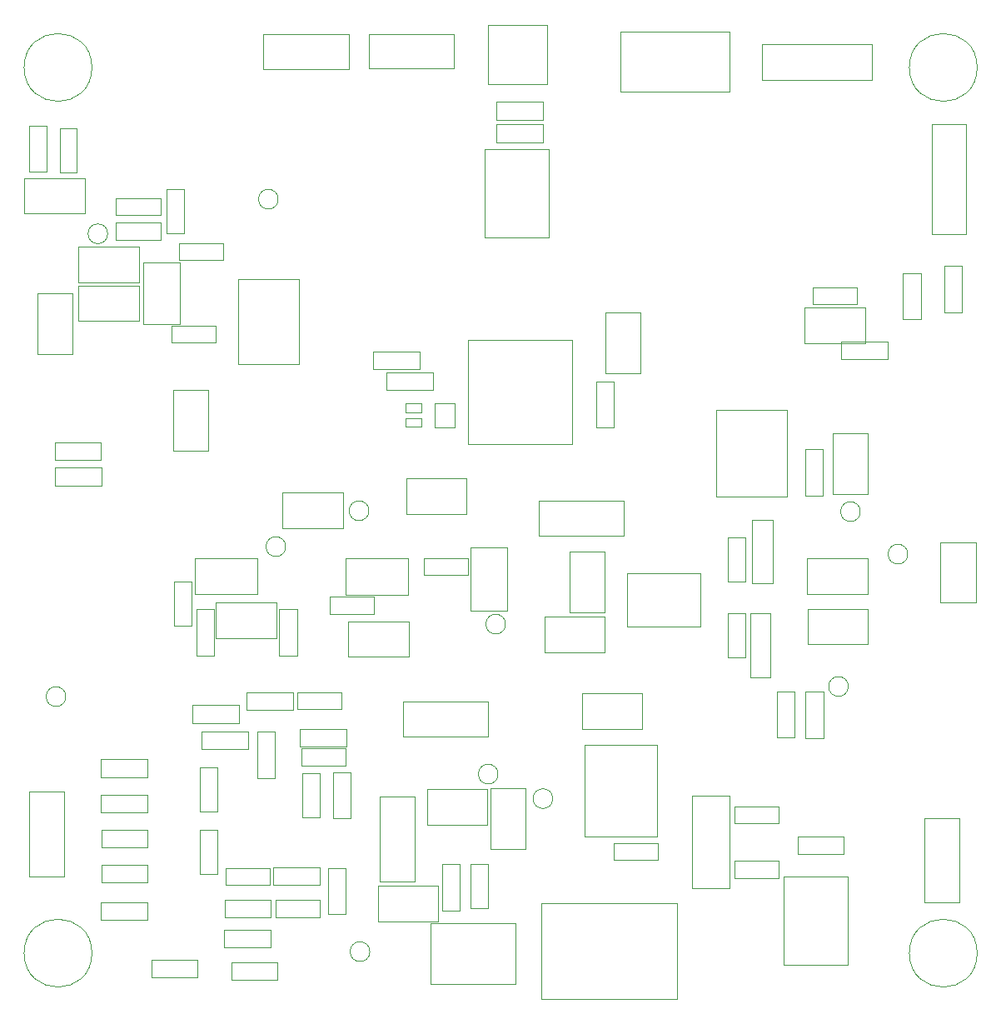
<source format=gbr>
G04 #@! TF.FileFunction,Other,User*
%FSLAX46Y46*%
G04 Gerber Fmt 4.6, Leading zero omitted, Abs format (unit mm)*
G04 Created by KiCad (PCBNEW 4.0.2-stable) date 10/05/17 14:17:11*
%MOMM*%
G01*
G04 APERTURE LIST*
%ADD10C,0.100000*%
%ADD11C,0.050000*%
G04 APERTURE END LIST*
D10*
D11*
X95380000Y-120450000D02*
X95380000Y-124950000D01*
X95380000Y-120450000D02*
X93630000Y-120450000D01*
X93630000Y-124950000D02*
X95380000Y-124950000D01*
X93630000Y-124950000D02*
X93630000Y-120450000D01*
X108050000Y-108230000D02*
X103550000Y-108230000D01*
X108050000Y-108230000D02*
X108050000Y-106480000D01*
X103550000Y-106480000D02*
X103550000Y-108230000D01*
X103550000Y-106480000D02*
X108050000Y-106480000D01*
X95380000Y-114100000D02*
X95380000Y-118600000D01*
X95380000Y-114100000D02*
X93630000Y-114100000D01*
X93630000Y-118600000D02*
X95380000Y-118600000D01*
X93630000Y-118600000D02*
X93630000Y-114100000D01*
X100750000Y-126080000D02*
X96250000Y-126080000D01*
X100750000Y-126080000D02*
X100750000Y-124330000D01*
X96250000Y-124330000D02*
X96250000Y-126080000D01*
X96250000Y-124330000D02*
X100750000Y-124330000D01*
X105800000Y-129330000D02*
X101300000Y-129330000D01*
X105800000Y-129330000D02*
X105800000Y-127580000D01*
X101300000Y-127580000D02*
X101300000Y-129330000D01*
X101300000Y-127580000D02*
X105800000Y-127580000D01*
X103950000Y-112170000D02*
X108450000Y-112170000D01*
X103950000Y-112170000D02*
X103950000Y-113920000D01*
X108450000Y-113920000D02*
X108450000Y-112170000D01*
X108450000Y-113920000D02*
X103950000Y-113920000D01*
X104070000Y-119200000D02*
X104070000Y-114700000D01*
X104070000Y-119200000D02*
X105820000Y-119200000D01*
X105820000Y-114700000D02*
X104070000Y-114700000D01*
X105820000Y-114700000D02*
X105820000Y-119200000D01*
X111350000Y-98530000D02*
X106850000Y-98530000D01*
X111350000Y-98530000D02*
X111350000Y-96780000D01*
X106850000Y-96780000D02*
X106850000Y-98530000D01*
X106850000Y-96780000D02*
X111350000Y-96780000D01*
X122880000Y-123950000D02*
X122880000Y-128450000D01*
X122880000Y-123950000D02*
X121130000Y-123950000D01*
X121130000Y-128450000D02*
X122880000Y-128450000D01*
X121130000Y-128450000D02*
X121130000Y-123950000D01*
X133900000Y-79600000D02*
X133900000Y-74900000D01*
X133900000Y-79600000D02*
X135700000Y-79600000D01*
X135700000Y-74900000D02*
X133900000Y-74900000D01*
X135700000Y-74900000D02*
X135700000Y-79600000D01*
X155900000Y-65320000D02*
X160400000Y-65320000D01*
X155900000Y-65320000D02*
X155900000Y-67070000D01*
X160400000Y-67070000D02*
X160400000Y-65320000D01*
X160400000Y-67070000D02*
X155900000Y-67070000D01*
X117300000Y-75800000D02*
X112600000Y-75800000D01*
X117300000Y-75800000D02*
X117300000Y-74000000D01*
X112600000Y-74000000D02*
X112600000Y-75800000D01*
X112600000Y-74000000D02*
X117300000Y-74000000D01*
X115950000Y-73650000D02*
X111250000Y-73650000D01*
X115950000Y-73650000D02*
X115950000Y-71850000D01*
X111250000Y-71850000D02*
X111250000Y-73650000D01*
X111250000Y-71850000D02*
X115950000Y-71850000D01*
X147950000Y-123620000D02*
X152450000Y-123620000D01*
X147950000Y-123620000D02*
X147950000Y-125370000D01*
X152450000Y-125370000D02*
X152450000Y-123620000D01*
X152450000Y-125370000D02*
X147950000Y-125370000D01*
X147950000Y-118070000D02*
X152450000Y-118070000D01*
X147950000Y-118070000D02*
X147950000Y-119820000D01*
X152450000Y-119820000D02*
X152450000Y-118070000D01*
X152450000Y-119820000D02*
X147950000Y-119820000D01*
X79370000Y-53700000D02*
X79370000Y-49200000D01*
X79370000Y-53700000D02*
X81120000Y-53700000D01*
X81120000Y-49200000D02*
X79370000Y-49200000D01*
X81120000Y-49200000D02*
X81120000Y-53700000D01*
X149550000Y-104950000D02*
X149550000Y-98450000D01*
X149550000Y-104950000D02*
X151650000Y-104950000D01*
X151650000Y-98450000D02*
X149550000Y-98450000D01*
X151650000Y-98450000D02*
X151650000Y-104950000D01*
X123800000Y-46500000D02*
X128500000Y-46500000D01*
X123800000Y-46500000D02*
X123800000Y-48300000D01*
X128500000Y-48300000D02*
X128500000Y-46500000D01*
X128500000Y-48300000D02*
X123800000Y-48300000D01*
X149080000Y-98450000D02*
X149080000Y-102950000D01*
X149080000Y-98450000D02*
X147330000Y-98450000D01*
X147330000Y-102950000D02*
X149080000Y-102950000D01*
X147330000Y-102950000D02*
X147330000Y-98450000D01*
X89600000Y-58030000D02*
X85100000Y-58030000D01*
X89600000Y-58030000D02*
X89600000Y-56280000D01*
X85100000Y-56280000D02*
X85100000Y-58030000D01*
X85100000Y-56280000D02*
X89600000Y-56280000D01*
X89600000Y-60530000D02*
X85100000Y-60530000D01*
X89600000Y-60530000D02*
X89600000Y-58780000D01*
X85100000Y-58780000D02*
X85100000Y-60530000D01*
X85100000Y-58780000D02*
X89600000Y-58780000D01*
X140172000Y-123562000D02*
X135672000Y-123562000D01*
X140172000Y-123562000D02*
X140172000Y-121812000D01*
X135672000Y-121812000D02*
X135672000Y-123562000D01*
X135672000Y-121812000D02*
X140172000Y-121812000D01*
X149080000Y-90750000D02*
X149080000Y-95250000D01*
X149080000Y-90750000D02*
X147330000Y-90750000D01*
X147330000Y-95250000D02*
X149080000Y-95250000D01*
X147330000Y-95250000D02*
X147330000Y-90750000D01*
X151850000Y-88950000D02*
X151850000Y-95450000D01*
X151850000Y-88950000D02*
X149750000Y-88950000D01*
X149750000Y-95450000D02*
X151850000Y-95450000D01*
X149750000Y-95450000D02*
X149750000Y-88950000D01*
X90220000Y-59850000D02*
X90220000Y-55350000D01*
X90220000Y-59850000D02*
X91970000Y-59850000D01*
X91970000Y-55350000D02*
X90220000Y-55350000D01*
X91970000Y-55350000D02*
X91970000Y-59850000D01*
X95976000Y-62602000D02*
X91476000Y-62602000D01*
X95976000Y-62602000D02*
X95976000Y-60852000D01*
X91476000Y-60852000D02*
X91476000Y-62602000D01*
X91476000Y-60852000D02*
X95976000Y-60852000D01*
X90714000Y-69224000D02*
X95214000Y-69224000D01*
X90714000Y-69224000D02*
X90714000Y-70974000D01*
X95214000Y-70974000D02*
X95214000Y-69224000D01*
X95214000Y-70974000D02*
X90714000Y-70974000D01*
X156970000Y-81810000D02*
X156970000Y-86510000D01*
X156970000Y-81810000D02*
X155170000Y-81810000D01*
X155170000Y-86510000D02*
X156970000Y-86510000D01*
X155170000Y-86510000D02*
X155170000Y-81810000D01*
X91020000Y-99750000D02*
X91020000Y-95250000D01*
X91020000Y-99750000D02*
X92770000Y-99750000D01*
X92770000Y-95250000D02*
X91020000Y-95250000D01*
X92770000Y-95250000D02*
X92770000Y-99750000D01*
X158830000Y-70850000D02*
X163530000Y-70850000D01*
X158830000Y-70850000D02*
X158830000Y-72650000D01*
X163530000Y-72650000D02*
X163530000Y-70850000D01*
X163530000Y-72650000D02*
X158830000Y-72650000D01*
X83574000Y-82868000D02*
X78874000Y-82868000D01*
X83574000Y-82868000D02*
X83574000Y-81068000D01*
X78874000Y-81068000D02*
X78874000Y-82868000D01*
X78874000Y-81068000D02*
X83574000Y-81068000D01*
X157000000Y-106450000D02*
X157000000Y-111150000D01*
X157000000Y-106450000D02*
X155200000Y-106450000D01*
X155200000Y-111150000D02*
X157000000Y-111150000D01*
X155200000Y-111150000D02*
X155200000Y-106450000D01*
X171080000Y-63182000D02*
X171080000Y-67882000D01*
X171080000Y-63182000D02*
X169280000Y-63182000D01*
X169280000Y-67882000D02*
X171080000Y-67882000D01*
X169280000Y-67882000D02*
X169280000Y-63182000D01*
X128950000Y-44700000D02*
X128950000Y-38650000D01*
X122900000Y-44700000D02*
X122900000Y-38650000D01*
X128950000Y-44700000D02*
X122900000Y-44700000D01*
X128950000Y-38650000D02*
X122900000Y-38650000D01*
X111700000Y-129750000D02*
X117850000Y-129750000D01*
X117850000Y-129750000D02*
X117850000Y-126150000D01*
X117850000Y-126150000D02*
X111700000Y-126150000D01*
X111700000Y-126150000D02*
X111700000Y-129750000D01*
X168050000Y-59900000D02*
X171550000Y-59900000D01*
X168050000Y-48750000D02*
X171550000Y-48750000D01*
X168050000Y-59900000D02*
X168050000Y-48750000D01*
X171550000Y-59900000D02*
X171550000Y-48750000D01*
X111900000Y-117100000D02*
X111900000Y-125750000D01*
X111900000Y-125750000D02*
X115500000Y-125750000D01*
X115500000Y-125750000D02*
X115500000Y-117100000D01*
X115500000Y-117100000D02*
X111900000Y-117100000D01*
X88300000Y-125800000D02*
X83600000Y-125800000D01*
X88300000Y-125800000D02*
X88300000Y-124000000D01*
X83600000Y-124000000D02*
X83600000Y-125800000D01*
X83600000Y-124000000D02*
X88300000Y-124000000D01*
X101500000Y-135750000D02*
X96800000Y-135750000D01*
X101500000Y-135750000D02*
X101500000Y-133950000D01*
X96800000Y-133950000D02*
X96800000Y-135750000D01*
X96800000Y-133950000D02*
X101500000Y-133950000D01*
X83550000Y-127850000D02*
X88250000Y-127850000D01*
X83550000Y-127850000D02*
X83550000Y-129650000D01*
X88250000Y-129650000D02*
X88250000Y-127850000D01*
X88250000Y-129650000D02*
X83550000Y-129650000D01*
X88250000Y-115100000D02*
X83550000Y-115100000D01*
X88250000Y-115100000D02*
X88250000Y-113300000D01*
X83550000Y-113300000D02*
X83550000Y-115100000D01*
X83550000Y-113300000D02*
X88250000Y-113300000D01*
X83550000Y-116900000D02*
X88250000Y-116900000D01*
X83550000Y-116900000D02*
X83550000Y-118700000D01*
X88250000Y-118700000D02*
X88250000Y-116900000D01*
X88250000Y-118700000D02*
X83550000Y-118700000D01*
X83600000Y-120450000D02*
X88300000Y-120450000D01*
X83600000Y-120450000D02*
X83600000Y-122250000D01*
X88300000Y-122250000D02*
X88300000Y-120450000D01*
X88300000Y-122250000D02*
X83600000Y-122250000D01*
X98400000Y-106500000D02*
X103100000Y-106500000D01*
X98400000Y-106500000D02*
X98400000Y-108300000D01*
X103100000Y-108300000D02*
X103100000Y-106500000D01*
X103100000Y-108300000D02*
X98400000Y-108300000D01*
X98500000Y-112250000D02*
X93800000Y-112250000D01*
X98500000Y-112250000D02*
X98500000Y-110450000D01*
X93800000Y-110450000D02*
X93800000Y-112250000D01*
X93800000Y-110450000D02*
X98500000Y-110450000D01*
X96100000Y-130600000D02*
X100800000Y-130600000D01*
X96100000Y-130600000D02*
X96100000Y-132400000D01*
X100800000Y-132400000D02*
X100800000Y-130600000D01*
X100800000Y-132400000D02*
X96100000Y-132400000D01*
X92900000Y-107800000D02*
X97600000Y-107800000D01*
X92900000Y-107800000D02*
X92900000Y-109600000D01*
X97600000Y-109600000D02*
X97600000Y-107800000D01*
X97600000Y-109600000D02*
X92900000Y-109600000D01*
X96150000Y-127550000D02*
X100850000Y-127550000D01*
X96150000Y-127550000D02*
X96150000Y-129350000D01*
X100850000Y-129350000D02*
X100850000Y-127550000D01*
X100850000Y-129350000D02*
X96150000Y-129350000D01*
X99450000Y-115200000D02*
X99450000Y-110500000D01*
X99450000Y-115200000D02*
X101250000Y-115200000D01*
X101250000Y-110500000D02*
X99450000Y-110500000D01*
X101250000Y-110500000D02*
X101250000Y-115200000D01*
X101100000Y-124300000D02*
X105800000Y-124300000D01*
X101100000Y-124300000D02*
X101100000Y-126100000D01*
X105800000Y-126100000D02*
X105800000Y-124300000D01*
X105800000Y-126100000D02*
X101100000Y-126100000D01*
X103800000Y-110200000D02*
X108500000Y-110200000D01*
X103800000Y-110200000D02*
X103800000Y-112000000D01*
X108500000Y-112000000D02*
X108500000Y-110200000D01*
X108500000Y-112000000D02*
X103800000Y-112000000D01*
X108450000Y-124350000D02*
X108450000Y-129050000D01*
X108450000Y-124350000D02*
X106650000Y-124350000D01*
X106650000Y-129050000D02*
X108450000Y-129050000D01*
X106650000Y-129050000D02*
X106650000Y-124350000D01*
X107150000Y-119300000D02*
X107150000Y-114600000D01*
X107150000Y-119300000D02*
X108950000Y-119300000D01*
X108950000Y-114600000D02*
X107150000Y-114600000D01*
X108950000Y-114600000D02*
X108950000Y-119300000D01*
X120050000Y-123950000D02*
X120050000Y-128650000D01*
X120050000Y-123950000D02*
X118250000Y-123950000D01*
X118250000Y-128650000D02*
X120050000Y-128650000D01*
X118250000Y-128650000D02*
X118250000Y-123950000D01*
X101700000Y-102750000D02*
X101700000Y-98050000D01*
X101700000Y-102750000D02*
X103500000Y-102750000D01*
X103500000Y-98050000D02*
X101700000Y-98050000D01*
X103500000Y-98050000D02*
X103500000Y-102750000D01*
X93300000Y-102750000D02*
X93300000Y-98050000D01*
X93300000Y-102750000D02*
X95100000Y-102750000D01*
X95100000Y-98050000D02*
X93300000Y-98050000D01*
X95100000Y-98050000D02*
X95100000Y-102750000D01*
X78050000Y-48900000D02*
X78050000Y-53600000D01*
X78050000Y-48900000D02*
X76250000Y-48900000D01*
X76250000Y-53600000D02*
X78050000Y-53600000D01*
X76250000Y-53600000D02*
X76250000Y-48900000D01*
X78930000Y-83682000D02*
X83630000Y-83682000D01*
X78930000Y-83682000D02*
X78930000Y-85482000D01*
X83630000Y-85482000D02*
X83630000Y-83682000D01*
X83630000Y-85482000D02*
X78930000Y-85482000D01*
X166900000Y-63900000D02*
X166900000Y-68600000D01*
X166900000Y-63900000D02*
X165100000Y-63900000D01*
X165100000Y-68600000D02*
X166900000Y-68600000D01*
X165100000Y-68600000D02*
X165100000Y-63900000D01*
X152300000Y-111100000D02*
X152300000Y-106400000D01*
X152300000Y-111100000D02*
X154100000Y-111100000D01*
X154100000Y-106400000D02*
X152300000Y-106400000D01*
X154100000Y-106400000D02*
X154100000Y-111100000D01*
X123800000Y-48800000D02*
X128500000Y-48800000D01*
X123800000Y-48800000D02*
X123800000Y-50600000D01*
X128500000Y-50600000D02*
X128500000Y-48800000D01*
X128500000Y-50600000D02*
X123800000Y-50600000D01*
X159100000Y-122950000D02*
X154400000Y-122950000D01*
X159100000Y-122950000D02*
X159100000Y-121150000D01*
X154400000Y-121150000D02*
X154400000Y-122950000D01*
X154400000Y-121150000D02*
X159100000Y-121150000D01*
X129100000Y-51300000D02*
X129100000Y-60300000D01*
X129100000Y-60300000D02*
X122600000Y-60300000D01*
X122600000Y-60300000D02*
X122600000Y-51300000D01*
X122600000Y-51300000D02*
X129100000Y-51300000D01*
X159500000Y-125200000D02*
X159500000Y-134200000D01*
X159500000Y-134200000D02*
X153000000Y-134200000D01*
X153000000Y-134200000D02*
X153000000Y-125200000D01*
X153000000Y-125200000D02*
X159500000Y-125200000D01*
X91600000Y-62800000D02*
X87900000Y-62800000D01*
X91600000Y-69100000D02*
X87900000Y-69100000D01*
X91600000Y-62800000D02*
X91600000Y-69100000D01*
X87900000Y-62800000D02*
X87900000Y-69100000D01*
X143650000Y-126400000D02*
X147450000Y-126400000D01*
X147450000Y-126400000D02*
X147450000Y-117000000D01*
X147450000Y-117000000D02*
X143650000Y-117000000D01*
X143650000Y-117000000D02*
X143650000Y-126400000D01*
X119500000Y-77100000D02*
X117500000Y-77100000D01*
X117500000Y-77100000D02*
X117500000Y-79600000D01*
X119500000Y-79600000D02*
X117500000Y-79600000D01*
X119500000Y-79600000D02*
X119500000Y-77100000D01*
X75750000Y-57850000D02*
X81900000Y-57850000D01*
X81900000Y-57850000D02*
X81900000Y-54250000D01*
X81900000Y-54250000D02*
X75750000Y-54250000D01*
X75750000Y-54250000D02*
X75750000Y-57850000D01*
X87450000Y-65150000D02*
X81300000Y-65150000D01*
X81300000Y-65150000D02*
X81300000Y-68750000D01*
X81300000Y-68750000D02*
X87450000Y-68750000D01*
X87450000Y-68750000D02*
X87450000Y-65150000D01*
X87450000Y-61250000D02*
X81300000Y-61250000D01*
X81300000Y-61250000D02*
X81300000Y-64850000D01*
X81300000Y-64850000D02*
X87450000Y-64850000D01*
X87450000Y-64850000D02*
X87450000Y-61250000D01*
X155400000Y-101600000D02*
X161550000Y-101600000D01*
X161550000Y-101600000D02*
X161550000Y-98000000D01*
X161550000Y-98000000D02*
X155400000Y-98000000D01*
X155400000Y-98000000D02*
X155400000Y-101600000D01*
X161500000Y-92900000D02*
X155350000Y-92900000D01*
X155350000Y-92900000D02*
X155350000Y-96500000D01*
X155350000Y-96500000D02*
X161500000Y-96500000D01*
X161500000Y-96500000D02*
X161500000Y-92900000D01*
X94500000Y-81950000D02*
X94500000Y-75800000D01*
X94500000Y-75800000D02*
X90900000Y-75800000D01*
X90900000Y-75800000D02*
X90900000Y-81950000D01*
X90900000Y-81950000D02*
X94500000Y-81950000D01*
X108150000Y-86200000D02*
X102000000Y-86200000D01*
X102000000Y-86200000D02*
X102000000Y-89800000D01*
X102000000Y-89800000D02*
X108150000Y-89800000D01*
X108150000Y-89800000D02*
X108150000Y-86200000D01*
X161550000Y-86350000D02*
X161550000Y-80200000D01*
X161550000Y-80200000D02*
X157950000Y-80200000D01*
X157950000Y-80200000D02*
X157950000Y-86350000D01*
X157950000Y-86350000D02*
X161550000Y-86350000D01*
X161250000Y-67400000D02*
X155100000Y-67400000D01*
X155100000Y-67400000D02*
X155100000Y-71000000D01*
X155100000Y-71000000D02*
X161250000Y-71000000D01*
X161250000Y-71000000D02*
X161250000Y-67400000D01*
X88700000Y-133700000D02*
X93400000Y-133700000D01*
X88700000Y-133700000D02*
X88700000Y-135500000D01*
X93400000Y-135500000D02*
X93400000Y-133700000D01*
X93400000Y-135500000D02*
X88700000Y-135500000D01*
X114830000Y-99292000D02*
X108680000Y-99292000D01*
X108680000Y-99292000D02*
X108680000Y-102892000D01*
X108680000Y-102892000D02*
X114830000Y-102892000D01*
X114830000Y-102892000D02*
X114830000Y-99292000D01*
X134850000Y-67900000D02*
X134850000Y-74050000D01*
X134850000Y-74050000D02*
X138450000Y-74050000D01*
X138450000Y-74050000D02*
X138450000Y-67900000D01*
X138450000Y-67900000D02*
X134850000Y-67900000D01*
X123150000Y-116250000D02*
X123150000Y-122400000D01*
X123150000Y-122400000D02*
X126750000Y-122400000D01*
X126750000Y-122400000D02*
X126750000Y-116250000D01*
X126750000Y-116250000D02*
X123150000Y-116250000D01*
X79850000Y-125200000D02*
X79850000Y-116550000D01*
X79850000Y-116550000D02*
X76250000Y-116550000D01*
X76250000Y-116550000D02*
X76250000Y-125200000D01*
X76250000Y-125200000D02*
X79850000Y-125200000D01*
X117100000Y-136150000D02*
X125750000Y-136150000D01*
X125750000Y-136150000D02*
X125750000Y-130000000D01*
X125750000Y-130000000D02*
X117100000Y-130000000D01*
X117100000Y-130000000D02*
X117100000Y-136150000D01*
X116700000Y-119950000D02*
X122850000Y-119950000D01*
X122850000Y-119950000D02*
X122850000Y-116350000D01*
X122850000Y-116350000D02*
X116700000Y-116350000D01*
X116700000Y-116350000D02*
X116700000Y-119950000D01*
X131200000Y-92200000D02*
X131200000Y-98350000D01*
X131200000Y-98350000D02*
X134800000Y-98350000D01*
X134800000Y-98350000D02*
X134800000Y-92200000D01*
X134800000Y-92200000D02*
X131200000Y-92200000D01*
X168900000Y-91250000D02*
X168900000Y-97400000D01*
X168900000Y-97400000D02*
X172500000Y-97400000D01*
X172500000Y-97400000D02*
X172500000Y-91250000D01*
X172500000Y-91250000D02*
X168900000Y-91250000D01*
X140100000Y-121150000D02*
X140100000Y-111850000D01*
X132700000Y-121150000D02*
X132700000Y-111850000D01*
X140100000Y-121150000D02*
X132700000Y-121150000D01*
X140100000Y-111850000D02*
X132700000Y-111850000D01*
X120900000Y-70650000D02*
X120900000Y-81250000D01*
X131500000Y-70650000D02*
X131500000Y-81250000D01*
X120900000Y-70650000D02*
X131500000Y-70650000D01*
X120900000Y-81250000D02*
X131500000Y-81250000D01*
X108400000Y-92900000D02*
X108400000Y-96600000D01*
X114800000Y-92900000D02*
X114800000Y-96600000D01*
X108400000Y-92900000D02*
X114800000Y-92900000D01*
X108400000Y-96600000D02*
X114800000Y-96600000D01*
X93100000Y-92850000D02*
X93100000Y-96550000D01*
X99500000Y-92850000D02*
X99500000Y-96550000D01*
X93100000Y-92850000D02*
X99500000Y-92850000D01*
X93100000Y-96550000D02*
X99500000Y-96550000D01*
X137070000Y-94400000D02*
X137070000Y-99800000D01*
X144530000Y-94400000D02*
X144530000Y-99800000D01*
X137070000Y-94400000D02*
X144530000Y-94400000D01*
X137070000Y-99800000D02*
X144530000Y-99800000D01*
X110900000Y-132850000D02*
G75*
G03X110900000Y-132850000I-1000000J0D01*
G01*
X123936000Y-114808000D02*
G75*
G03X123936000Y-114808000I-1000000J0D01*
G01*
X129500000Y-117300000D02*
G75*
G03X129500000Y-117300000I-1000000J0D01*
G01*
X165592000Y-92456000D02*
G75*
G03X165592000Y-92456000I-1000000J0D01*
G01*
X84250000Y-59900000D02*
G75*
G03X84250000Y-59900000I-1000000J0D01*
G01*
X102346000Y-91694000D02*
G75*
G03X102346000Y-91694000I-1000000J0D01*
G01*
X110800000Y-88050000D02*
G75*
G03X110800000Y-88050000I-1000000J0D01*
G01*
X124698000Y-99568000D02*
G75*
G03X124698000Y-99568000I-1000000J0D01*
G01*
X101584000Y-56388000D02*
G75*
G03X101584000Y-56388000I-1000000J0D01*
G01*
X160766000Y-88138000D02*
G75*
G03X160766000Y-88138000I-1000000J0D01*
G01*
X159550000Y-105900000D02*
G75*
G03X159550000Y-105900000I-1000000J0D01*
G01*
X79994000Y-106934000D02*
G75*
G03X79994000Y-106934000I-1000000J0D01*
G01*
X142100000Y-127900000D02*
X128350000Y-127900000D01*
X128350000Y-127900000D02*
X128350000Y-137700000D01*
X128350000Y-137700000D02*
X142100000Y-137700000D01*
X142100000Y-137700000D02*
X142100000Y-127900000D01*
X80700000Y-72100000D02*
X80700000Y-65950000D01*
X80700000Y-65950000D02*
X77100000Y-65950000D01*
X77100000Y-65950000D02*
X77100000Y-72100000D01*
X77100000Y-72100000D02*
X80700000Y-72100000D01*
X116368000Y-92846000D02*
X120868000Y-92846000D01*
X116368000Y-92846000D02*
X116368000Y-94596000D01*
X120868000Y-94596000D02*
X120868000Y-92846000D01*
X120868000Y-94596000D02*
X116368000Y-94596000D01*
X114600000Y-88350000D02*
X120750000Y-88350000D01*
X120750000Y-88350000D02*
X120750000Y-84750000D01*
X120750000Y-84750000D02*
X114600000Y-84750000D01*
X114600000Y-84750000D02*
X114600000Y-88350000D01*
X134800000Y-98800000D02*
X128650000Y-98800000D01*
X128650000Y-98800000D02*
X128650000Y-102400000D01*
X128650000Y-102400000D02*
X134800000Y-102400000D01*
X134800000Y-102400000D02*
X134800000Y-98800000D01*
X114278000Y-111020000D02*
X122928000Y-111020000D01*
X122928000Y-111020000D02*
X122928000Y-107420000D01*
X122928000Y-107420000D02*
X114278000Y-107420000D01*
X114278000Y-107420000D02*
X114278000Y-111020000D01*
X132450000Y-110200000D02*
X138600000Y-110200000D01*
X138600000Y-110200000D02*
X138600000Y-106600000D01*
X138600000Y-106600000D02*
X132450000Y-106600000D01*
X132450000Y-106600000D02*
X132450000Y-110200000D01*
X95250000Y-101000000D02*
X101400000Y-101000000D01*
X101400000Y-101000000D02*
X101400000Y-97400000D01*
X101400000Y-97400000D02*
X95250000Y-97400000D01*
X95250000Y-97400000D02*
X95250000Y-101000000D01*
X124850000Y-91800000D02*
X121150000Y-91800000D01*
X124850000Y-98200000D02*
X121150000Y-98200000D01*
X124850000Y-91800000D02*
X124850000Y-98200000D01*
X121150000Y-91800000D02*
X121150000Y-98200000D01*
X110850000Y-43100000D02*
X119450000Y-43100000D01*
X110850000Y-39600000D02*
X119450000Y-39600000D01*
X110850000Y-43100000D02*
X110850000Y-39600000D01*
X119450000Y-43100000D02*
X119450000Y-39600000D01*
X136350000Y-39400000D02*
X136350000Y-45450000D01*
X147500000Y-39400000D02*
X147500000Y-45450000D01*
X136350000Y-39400000D02*
X147500000Y-39400000D01*
X136350000Y-45450000D02*
X147500000Y-45450000D01*
X82650000Y-43000000D02*
G75*
G03X82650000Y-43000000I-3450000J0D01*
G01*
X172650000Y-43000000D02*
G75*
G03X172650000Y-43000000I-3450000J0D01*
G01*
X172650000Y-133000000D02*
G75*
G03X172650000Y-133000000I-3450000J0D01*
G01*
X82650000Y-133000000D02*
G75*
G03X82650000Y-133000000I-3450000J0D01*
G01*
X167300000Y-119250000D02*
X167300000Y-127850000D01*
X170800000Y-119250000D02*
X170800000Y-127850000D01*
X167300000Y-119250000D02*
X170800000Y-119250000D01*
X167300000Y-127850000D02*
X170800000Y-127850000D01*
X161950000Y-40650000D02*
X150750000Y-40650000D01*
X150750000Y-40650000D02*
X150750000Y-44250000D01*
X150750000Y-44250000D02*
X161950000Y-44250000D01*
X161950000Y-44250000D02*
X161950000Y-40650000D01*
X108734000Y-39602000D02*
X100084000Y-39602000D01*
X100084000Y-39602000D02*
X100084000Y-43202000D01*
X100084000Y-43202000D02*
X108734000Y-43202000D01*
X108734000Y-43202000D02*
X108734000Y-39602000D01*
X128100000Y-90600000D02*
X136750000Y-90600000D01*
X136750000Y-90600000D02*
X136750000Y-87000000D01*
X136750000Y-87000000D02*
X128100000Y-87000000D01*
X128100000Y-87000000D02*
X128100000Y-90600000D01*
X97514000Y-64494000D02*
X97514000Y-73144000D01*
X97514000Y-73144000D02*
X103664000Y-73144000D01*
X103664000Y-73144000D02*
X103664000Y-64494000D01*
X103664000Y-64494000D02*
X97514000Y-64494000D01*
X146150000Y-77800000D02*
X146150000Y-86600000D01*
X153350000Y-77800000D02*
X146150000Y-77800000D01*
X153350000Y-86600000D02*
X153350000Y-77800000D01*
X146150000Y-86600000D02*
X153350000Y-86600000D01*
X116170000Y-78050000D02*
X114570000Y-78050000D01*
X116170000Y-78050000D02*
X116170000Y-77150000D01*
X114570000Y-77150000D02*
X114570000Y-78050000D01*
X114570000Y-77150000D02*
X116170000Y-77150000D01*
X116140000Y-79530000D02*
X114540000Y-79530000D01*
X116140000Y-79530000D02*
X116140000Y-78630000D01*
X114540000Y-78630000D02*
X114540000Y-79530000D01*
X114540000Y-78630000D02*
X116140000Y-78630000D01*
M02*

</source>
